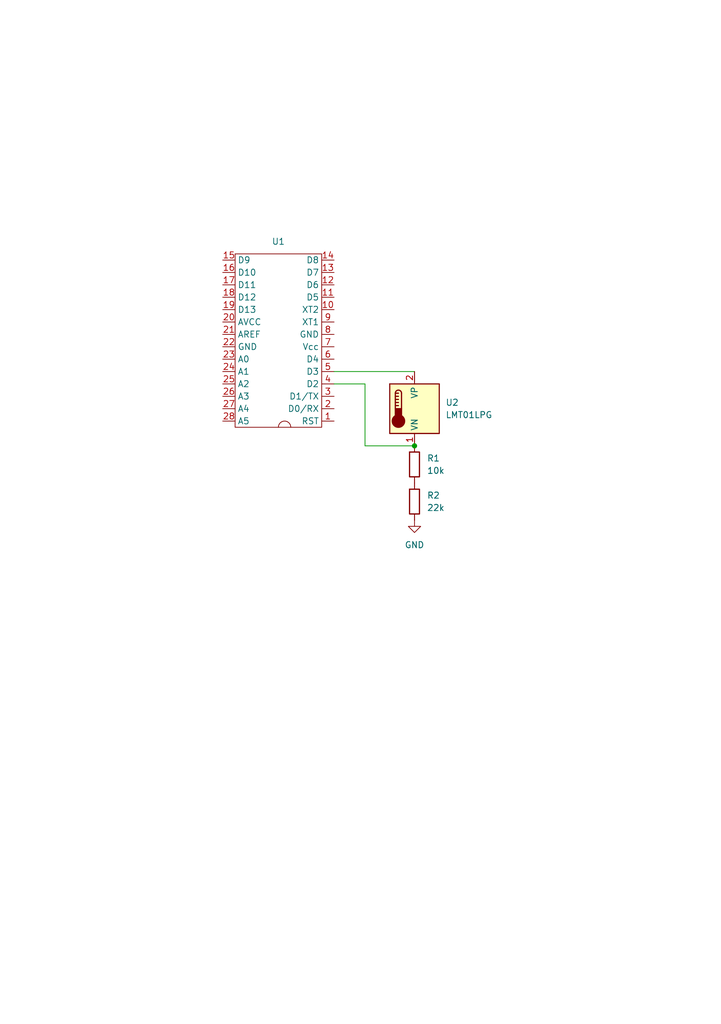
<source format=kicad_sch>
(kicad_sch (version 20231120) (generator "eeschema") (generator_version "8.0")
  (paper "A5" portrait)
  (lib_symbols
    (symbol "Device:R" (pin_numbers hide) (pin_names (offset 0))
      (property "Reference" "R" (at 2.032 0 90))
      (property "Value" "R" (at 0 0 90))
      (symbol "R_0_1"
        (rectangle (start -1.016 -2.54) (end 1.016 2.54) (stroke (width 0.254)))
      )
      (symbol "R_1_1"
        (pin passive line (at 0 3.81 270) (length 1.27) (name "~") (number "1"))
        (pin passive line (at 0 -3.81 90) (length 1.27) (name "~") (number "2"))
      )
    )
    (symbol "Ore:ATmega328U_Duino"
      (property "Reference" "ATmega328P_arduino" (at 0 0 0))
      (symbol "ATmega328U_Duino_0_1"
        (arc (start -17.7799 11.4299) (mid -16.8819 11.8019) (end -16.5099 12.6999))
        (rectangle (start -17.78 22.86) (end 17.78 5.08))
        (arc (start -16.5099 12.7001) (mid -16.8819 13.5981) (end -17.7799 13.9701))
      )
      (symbol "ATmega328U_Duino_1_1"
        (pin input line (at -16.51 2.54 90) (length 2.54) (name "RST") (number "1"))
        (pin input line (at 6.35 2.54 90) (length 2.54) (name "XT2") (number "10"))
        (pin output line (at 8.89 2.54 90) (length 2.54) (name "D5") (number "11"))
        (pin output line (at 11.43 2.54 90) (length 2.54) (name "D6") (number "12"))
        (pin output line (at 13.97 2.54 90) (length 2.54) (name "D7") (number "13"))
        (pin output line (at 16.51 2.54 90) (length 2.54) (name "D8") (number "14"))
        (pin output line (at 16.51 25.4 270) (length 2.54) (name "D9") (number "15"))
        (pin output line (at 13.97 25.4 270) (length 2.54) (name "D10") (number "16"))
        (pin unspecified line (at 11.43 25.4 270) (length 2.54) (name "D11") (number "17"))
        (pin unspecified line (at 8.89 25.4 270) (length 2.54) (name "D12") (number "18"))
        (pin unspecified line (at 6.35 25.4 270) (length 2.54) (name "D13") (number "19"))
        (pin output line (at -13.97 2.54 90) (length 2.54) (name "D0/RX") (number "2"))
        (pin unspecified line (at 3.81 25.4 270) (length 2.54) (name "AVCC") (number "20"))
        (pin unspecified line (at 1.27 25.4 270) (length 2.54) (name "AREF") (number "21"))
        (pin unspecified line (at -1.27 25.4 270) (length 2.54) (name "GND") (number "22"))
        (pin unspecified line (at -3.81 25.4 270) (length 2.54) (name "A0") (number "23"))
        (pin unspecified line (at -6.35 25.4 270) (length 2.54) (name "A1") (number "24"))
        (pin unspecified line (at -8.89 25.4 270) (length 2.54) (name "A2") (number "25"))
        (pin unspecified line (at -11.43 25.4 270) (length 2.54) (name "A3") (number "26"))
        (pin unspecified line (at -13.97 25.4 270) (length 2.54) (name "A4") (number "27"))
        (pin unspecified line (at -16.51 25.4 270) (length 2.54) (name "A5") (number "28"))
        (pin output line (at -11.43 2.54 90) (length 2.54) (name "D1/TX") (number "3"))
        (pin output line (at -8.89 2.54 90) (length 2.54) (name "D2") (number "4"))
        (pin output line (at -6.35 2.54 90) (length 2.54) (name "D3") (number "5"))
        (pin output line (at -3.81 2.54 90) (length 2.54) (name "D4") (number "6"))
        (pin power_in line (at -1.27 2.54 90) (length 2.54) (name "Vcc") (number "7"))
        (pin power_out line (at 1.27 2.54 90) (length 2.54) (name "GND") (number "8"))
        (pin input line (at 3.81 2.54 90) (length 2.54) (name "XT1") (number "9"))
      )
    )
    (symbol "Sensor_Temperature:LMT01LPG"
      (property "Reference" "U" (at -3.81 6.35 0))
      (property "Value" "LMT01LPG" (at 6.35 -6.35 0))
      (symbol "LMT01LPG_0_1"
        (circle (center -3.302 -2.54) (radius 1.27) (stroke (width 0.254)) (fill (type outline)))
        (rectangle (start -2.667 -1.905) (end -3.937 0) (stroke (width 0.254)) (fill (type outline)))
        (arc (start -2.667 3.175) (mid -3.302 3.8073) (end -3.937 3.175) (stroke (width 0.254)))
        (polyline (pts (xy -3.937 0.635) (xy -3.302 0.635)) (stroke (width 0.254)))
        (polyline (pts (xy -3.937 1.27) (xy -3.302 1.27)) (stroke (width 0.254)))
        (polyline (pts (xy -3.937 1.905) (xy -3.302 1.905)) (stroke (width 0.254)))
        (polyline (pts (xy -3.937 2.54) (xy -3.302 2.54)) (stroke (width 0.254)))
        (polyline (pts (xy -3.937 3.175) (xy -3.937 0)) (stroke (width 0.254)))
        (polyline (pts (xy -3.937 3.175) (xy -3.302 3.175)) (stroke (width 0.254)))
        (polyline (pts (xy -2.667 3.175) (xy -2.667 0)) (stroke (width 0.254)))
      )
      (symbol "LMT01LPG_1_1"
        (rectangle (start -5.08 5.08) (end 5.08 -5.08) (stroke (width 0.254)) (fill (type background)))
        (pin bidirectional line (at 0 -7.62 90) (length 2.54) (name "VN") (number "1"))
        (pin bidirectional line (at 0 7.62 270) (length 2.54) (name "VP") (number "2"))
      )
    )
    (symbol "power:GND" (power) (pin_numbers hide) (pin_names (offset 0) hide)
      (property "Value" "GND" (at 0 -3.81 0))
      (symbol "GND_0_1"
        (polyline (pts (xy 0 0) (xy 0 -1.27) (xy 1.27 -1.27) (xy 0 -2.54) (xy -1.27 -1.27) (xy 0 -1.27)))
      )
      (symbol "GND_1_1"
        (pin power_in line (at 0 0 270) (length 0) (name "~") (number "1"))
      )
    )
  )
  (junction (at 85.09 91.44))
  (wire (pts (xy 68.58 76.2) (xy 85.09 76.2)))
  (wire (pts (xy 68.58 78.74) (xy 74.93 78.74)))
  (wire (pts (xy 74.93 91.44) (xy 85.09 91.44)))
  (wire (pts (xy 74.93 78.74) (xy 74.93 91.44)))
  (symbol (lib_id "power:GND") (at 85.09 106.68 0) (unit 1)
    (property "Reference" "#PWR01" (effects (hide yes)))
    (property "Value" "GND" (at 85.09 111.76 0))
    (property "Description" "Power symbol creates a global label with name \"GND\" , ground" (effects (hide yes)))
  )
  (symbol (lib_id "Device:R") (at 85.09 95.25 0) (unit 1)
    (property "Reference" "R1" (at 87.63 93.9799 0) (effects (justify left)))
    (property "Value" "10k" (at 87.63 96.5199 0) (effects (justify left)))
    (property "Description" "Resistor" (effects (hide yes)))
  )
  (symbol (lib_id "Device:R") (at 85.09 102.87 0) (unit 1)
    (property "Reference" "R2" (at 87.63 101.5999 0) (effects (justify left)))
    (property "Value" "22k" (at 87.63 104.1399 0) (effects (justify left)))
    (property "Description" "Resistor" (effects (hide yes)))
  )
  (symbol (lib_id "Sensor_Temperature:LMT01LPG") (at 85.09 83.82 0) (unit 1)
    (property "Reference" "U2" (at 91.44 82.5499 0) (effects (justify left)))
    (property "Value" "LMT01LPG" (at 91.44 85.0899 0) (effects (justify left)))
    (property "Footprint" "Package_TO_SOT_THT:TO-92-2" (effects (hide yes)))
    (property "Datasheet" "https://www.ti.com/lit/ds/symlink/lmt01.pdf" (effects (hide yes)))
    (property "Description" "0.5°C Accurate 2-Pin Digital Output Temperature Sensor With Pulse Count Interface. TO-92-2 package" (effects (hide yes)))
  )
  (symbol (lib_id "Ore:ATmega328U_Duino") (at 71.12 69.85 90) (unit 1)
    (property "Reference" "U1" (at 57.15 49.53 90))
    (property "Value" "ATMega328P Arduino" (effects (hide yes)))
  )
)
</source>
